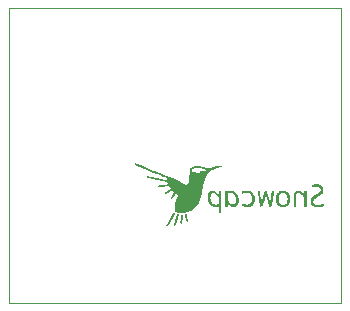
<source format=gbo>
G04 (created by PCBNEW (22-Jun-2014 BZR 4027)-stable) date Fri 19 Dec 2014 12:55:31 PM EET*
%MOIN*%
G04 Gerber Fmt 3.4, Leading zero omitted, Abs format*
%FSLAX34Y34*%
G01*
G70*
G90*
G04 APERTURE LIST*
%ADD10C,0.00590551*%
%ADD11C,0.0039*%
%ADD12C,0.0001*%
G04 APERTURE END LIST*
G54D10*
G54D11*
X19409Y-13661D02*
X30472Y-13661D01*
X19409Y-23504D02*
X19646Y-23504D01*
X19409Y-13661D02*
X19409Y-23504D01*
X30472Y-23504D02*
X19646Y-23504D01*
X30472Y-23465D02*
X30472Y-23504D01*
X30472Y-23386D02*
X30472Y-23465D01*
X30472Y-13661D02*
X30472Y-23386D01*
G54D12*
G36*
X24938Y-20522D02*
X24936Y-20529D01*
X24932Y-20541D01*
X24926Y-20558D01*
X24917Y-20577D01*
X24907Y-20599D01*
X24895Y-20624D01*
X24882Y-20649D01*
X24869Y-20675D01*
X24855Y-20702D01*
X24841Y-20727D01*
X24828Y-20751D01*
X24817Y-20769D01*
X24803Y-20793D01*
X24788Y-20817D01*
X24772Y-20841D01*
X24756Y-20865D01*
X24741Y-20886D01*
X24727Y-20906D01*
X24715Y-20922D01*
X24705Y-20935D01*
X24698Y-20942D01*
X24687Y-20949D01*
X24675Y-20950D01*
X24666Y-20948D01*
X24659Y-20943D01*
X24653Y-20936D01*
X24649Y-20928D01*
X24649Y-20919D01*
X24652Y-20909D01*
X24660Y-20895D01*
X24671Y-20880D01*
X24709Y-20826D01*
X24747Y-20768D01*
X24783Y-20707D01*
X24817Y-20644D01*
X24848Y-20581D01*
X24861Y-20554D01*
X24868Y-20537D01*
X24875Y-20523D01*
X24881Y-20511D01*
X24886Y-20502D01*
X24888Y-20500D01*
X24898Y-20493D01*
X24909Y-20491D01*
X24920Y-20493D01*
X24930Y-20500D01*
X24936Y-20511D01*
X24938Y-20522D01*
X24938Y-20522D01*
X24938Y-20522D01*
G37*
G36*
X25069Y-20563D02*
X25068Y-20570D01*
X25067Y-20576D01*
X25064Y-20586D01*
X25059Y-20601D01*
X25054Y-20620D01*
X25047Y-20642D01*
X25039Y-20667D01*
X25031Y-20694D01*
X25023Y-20721D01*
X25015Y-20749D01*
X25006Y-20777D01*
X24998Y-20803D01*
X24990Y-20828D01*
X24983Y-20851D01*
X24977Y-20870D01*
X24973Y-20885D01*
X24969Y-20896D01*
X24967Y-20901D01*
X24961Y-20914D01*
X24951Y-20922D01*
X24939Y-20924D01*
X24937Y-20924D01*
X24925Y-20922D01*
X24917Y-20917D01*
X24911Y-20907D01*
X24909Y-20897D01*
X24910Y-20892D01*
X24913Y-20882D01*
X24917Y-20867D01*
X24922Y-20849D01*
X24929Y-20827D01*
X24936Y-20802D01*
X24944Y-20775D01*
X24952Y-20748D01*
X24960Y-20719D01*
X24969Y-20691D01*
X24977Y-20664D01*
X24985Y-20638D01*
X24992Y-20614D01*
X24999Y-20594D01*
X25005Y-20577D01*
X25009Y-20564D01*
X25012Y-20556D01*
X25012Y-20555D01*
X25020Y-20544D01*
X25030Y-20538D01*
X25042Y-20537D01*
X25053Y-20540D01*
X25063Y-20549D01*
X25067Y-20555D01*
X25069Y-20563D01*
X25069Y-20563D01*
X25069Y-20563D01*
G37*
G36*
X25207Y-20588D02*
X25206Y-20597D01*
X25205Y-20610D01*
X25204Y-20627D01*
X25202Y-20649D01*
X25199Y-20675D01*
X25196Y-20701D01*
X25193Y-20729D01*
X25191Y-20755D01*
X25188Y-20778D01*
X25186Y-20799D01*
X25184Y-20816D01*
X25183Y-20828D01*
X25182Y-20835D01*
X25182Y-20836D01*
X25178Y-20845D01*
X25172Y-20854D01*
X25171Y-20855D01*
X25160Y-20863D01*
X25149Y-20864D01*
X25137Y-20859D01*
X25133Y-20856D01*
X25130Y-20853D01*
X25128Y-20850D01*
X25126Y-20847D01*
X25124Y-20842D01*
X25124Y-20836D01*
X25124Y-20828D01*
X25124Y-20816D01*
X25125Y-20802D01*
X25127Y-20783D01*
X25129Y-20760D01*
X25132Y-20731D01*
X25135Y-20698D01*
X25136Y-20691D01*
X25140Y-20657D01*
X25143Y-20629D01*
X25146Y-20606D01*
X25148Y-20588D01*
X25150Y-20575D01*
X25152Y-20567D01*
X25154Y-20563D01*
X25154Y-20563D01*
X25163Y-20554D01*
X25174Y-20550D01*
X25186Y-20551D01*
X25196Y-20557D01*
X25203Y-20565D01*
X25205Y-20568D01*
X25206Y-20571D01*
X25206Y-20575D01*
X25207Y-20580D01*
X25207Y-20588D01*
X25207Y-20588D01*
X25207Y-20588D01*
G37*
G36*
X25394Y-20777D02*
X25393Y-20781D01*
X25388Y-20792D01*
X25380Y-20800D01*
X25368Y-20804D01*
X25357Y-20804D01*
X25348Y-20800D01*
X25341Y-20792D01*
X25332Y-20778D01*
X25323Y-20760D01*
X25315Y-20738D01*
X25308Y-20713D01*
X25307Y-20710D01*
X25302Y-20691D01*
X25298Y-20669D01*
X25294Y-20644D01*
X25291Y-20620D01*
X25289Y-20597D01*
X25288Y-20579D01*
X25288Y-20575D01*
X25288Y-20562D01*
X25289Y-20553D01*
X25290Y-20548D01*
X25294Y-20543D01*
X25297Y-20540D01*
X25308Y-20532D01*
X25320Y-20530D01*
X25333Y-20535D01*
X25337Y-20538D01*
X25341Y-20541D01*
X25343Y-20546D01*
X25345Y-20552D01*
X25346Y-20562D01*
X25348Y-20577D01*
X25348Y-20578D01*
X25352Y-20622D01*
X25358Y-20660D01*
X25365Y-20693D01*
X25374Y-20722D01*
X25384Y-20747D01*
X25390Y-20760D01*
X25393Y-20770D01*
X25394Y-20777D01*
X25394Y-20777D01*
X25394Y-20777D01*
G37*
G36*
X26652Y-18932D02*
X26652Y-18935D01*
X26649Y-18937D01*
X26643Y-18938D01*
X26633Y-18939D01*
X26622Y-18940D01*
X26591Y-18942D01*
X26563Y-18945D01*
X26537Y-18949D01*
X26511Y-18954D01*
X26484Y-18960D01*
X26454Y-18968D01*
X26420Y-18977D01*
X26400Y-18983D01*
X26362Y-18996D01*
X26321Y-19011D01*
X26279Y-19028D01*
X26238Y-19047D01*
X26198Y-19067D01*
X26161Y-19087D01*
X26127Y-19107D01*
X26098Y-19126D01*
X26096Y-19128D01*
X26089Y-19134D01*
X26079Y-19145D01*
X26068Y-19159D01*
X26055Y-19177D01*
X26041Y-19196D01*
X26028Y-19215D01*
X26020Y-19226D01*
X26020Y-19079D01*
X25990Y-19067D01*
X25964Y-19058D01*
X25933Y-19048D01*
X25900Y-19038D01*
X25866Y-19028D01*
X25832Y-19020D01*
X25801Y-19013D01*
X25773Y-19007D01*
X25765Y-19006D01*
X25746Y-19004D01*
X25723Y-19002D01*
X25699Y-19001D01*
X25673Y-19001D01*
X25649Y-19001D01*
X25626Y-19002D01*
X25608Y-19004D01*
X25597Y-19006D01*
X25575Y-19012D01*
X25554Y-19021D01*
X25535Y-19031D01*
X25521Y-19043D01*
X25509Y-19058D01*
X25501Y-19080D01*
X25497Y-19098D01*
X25495Y-19111D01*
X25513Y-19120D01*
X25521Y-19124D01*
X25528Y-19126D01*
X25535Y-19127D01*
X25544Y-19128D01*
X25557Y-19127D01*
X25566Y-19127D01*
X25584Y-19125D01*
X25604Y-19123D01*
X25621Y-19121D01*
X25629Y-19120D01*
X25642Y-19118D01*
X25652Y-19117D01*
X25658Y-19116D01*
X25659Y-19117D01*
X25658Y-19118D01*
X25657Y-19118D01*
X25653Y-19121D01*
X25649Y-19128D01*
X25645Y-19136D01*
X25644Y-19143D01*
X25644Y-19143D01*
X25647Y-19152D01*
X25654Y-19160D01*
X25664Y-19168D01*
X25671Y-19171D01*
X25686Y-19174D01*
X25705Y-19174D01*
X25725Y-19172D01*
X25744Y-19167D01*
X25749Y-19165D01*
X25760Y-19159D01*
X25767Y-19153D01*
X25771Y-19146D01*
X25771Y-19145D01*
X25774Y-19134D01*
X25771Y-19123D01*
X25763Y-19114D01*
X25760Y-19111D01*
X25749Y-19103D01*
X25774Y-19103D01*
X25788Y-19102D01*
X25806Y-19101D01*
X25829Y-19100D01*
X25855Y-19097D01*
X25882Y-19095D01*
X25910Y-19092D01*
X25937Y-19090D01*
X25962Y-19087D01*
X25985Y-19084D01*
X26004Y-19081D01*
X26005Y-19081D01*
X26020Y-19079D01*
X26020Y-19226D01*
X26014Y-19235D01*
X26002Y-19253D01*
X25992Y-19270D01*
X25985Y-19284D01*
X25985Y-19284D01*
X25967Y-19320D01*
X25952Y-19356D01*
X25937Y-19392D01*
X25924Y-19429D01*
X25912Y-19468D01*
X25901Y-19509D01*
X25890Y-19554D01*
X25880Y-19602D01*
X25870Y-19655D01*
X25860Y-19712D01*
X25852Y-19763D01*
X25845Y-19805D01*
X25839Y-19841D01*
X25833Y-19873D01*
X25827Y-19900D01*
X25822Y-19926D01*
X25816Y-19949D01*
X25809Y-19970D01*
X25802Y-19992D01*
X25794Y-20013D01*
X25790Y-20023D01*
X25770Y-20071D01*
X25750Y-20115D01*
X25729Y-20155D01*
X25707Y-20191D01*
X25682Y-20226D01*
X25655Y-20259D01*
X25624Y-20293D01*
X25594Y-20323D01*
X25552Y-20361D01*
X25511Y-20393D01*
X25469Y-20421D01*
X25425Y-20445D01*
X25396Y-20459D01*
X25371Y-20470D01*
X25349Y-20478D01*
X25328Y-20485D01*
X25308Y-20490D01*
X25286Y-20494D01*
X25261Y-20497D01*
X25232Y-20500D01*
X25188Y-20503D01*
X25150Y-20505D01*
X25116Y-20504D01*
X25089Y-20501D01*
X25086Y-20500D01*
X25067Y-20497D01*
X25047Y-20492D01*
X25027Y-20487D01*
X25008Y-20482D01*
X24992Y-20476D01*
X24979Y-20472D01*
X24974Y-20469D01*
X24965Y-20462D01*
X24954Y-20453D01*
X24947Y-20447D01*
X24933Y-20432D01*
X24932Y-20399D01*
X24932Y-20347D01*
X24937Y-20292D01*
X24945Y-20234D01*
X24956Y-20174D01*
X24971Y-20113D01*
X24989Y-20053D01*
X25009Y-19993D01*
X25032Y-19935D01*
X25040Y-19918D01*
X25048Y-19900D01*
X25007Y-19875D01*
X24993Y-19866D01*
X24981Y-19859D01*
X24971Y-19853D01*
X24966Y-19850D01*
X24965Y-19850D01*
X24963Y-19852D01*
X24958Y-19859D01*
X24951Y-19871D01*
X24942Y-19886D01*
X24931Y-19903D01*
X24919Y-19923D01*
X24912Y-19934D01*
X24899Y-19955D01*
X24887Y-19975D01*
X24875Y-19993D01*
X24865Y-20008D01*
X24857Y-20020D01*
X24852Y-20027D01*
X24851Y-20028D01*
X24840Y-20037D01*
X24828Y-20039D01*
X24817Y-20034D01*
X24811Y-20030D01*
X24807Y-20025D01*
X24803Y-20021D01*
X24802Y-20016D01*
X24802Y-20010D01*
X24803Y-20002D01*
X24807Y-19993D01*
X24814Y-19980D01*
X24823Y-19964D01*
X24835Y-19944D01*
X24850Y-19919D01*
X24857Y-19907D01*
X24870Y-19886D01*
X24882Y-19866D01*
X24893Y-19849D01*
X24901Y-19835D01*
X24907Y-19824D01*
X24911Y-19818D01*
X24912Y-19817D01*
X24905Y-19812D01*
X24895Y-19804D01*
X24883Y-19794D01*
X24871Y-19783D01*
X24860Y-19773D01*
X24854Y-19767D01*
X24845Y-19758D01*
X24838Y-19750D01*
X24833Y-19746D01*
X24832Y-19746D01*
X24829Y-19747D01*
X24822Y-19752D01*
X24810Y-19759D01*
X24795Y-19769D01*
X24777Y-19781D01*
X24757Y-19794D01*
X24737Y-19807D01*
X24711Y-19824D01*
X24689Y-19839D01*
X24671Y-19850D01*
X24657Y-19858D01*
X24646Y-19864D01*
X24637Y-19867D01*
X24631Y-19869D01*
X24625Y-19868D01*
X24621Y-19866D01*
X24616Y-19862D01*
X24613Y-19859D01*
X24605Y-19848D01*
X24604Y-19836D01*
X24609Y-19824D01*
X24609Y-19824D01*
X24613Y-19820D01*
X24622Y-19813D01*
X24634Y-19804D01*
X24650Y-19793D01*
X24668Y-19780D01*
X24689Y-19766D01*
X24706Y-19754D01*
X24798Y-19694D01*
X24774Y-19651D01*
X24765Y-19636D01*
X24758Y-19623D01*
X24752Y-19613D01*
X24749Y-19607D01*
X24748Y-19606D01*
X24745Y-19606D01*
X24736Y-19607D01*
X24722Y-19608D01*
X24703Y-19610D01*
X24681Y-19613D01*
X24655Y-19616D01*
X24626Y-19619D01*
X24596Y-19623D01*
X24580Y-19626D01*
X24548Y-19630D01*
X24517Y-19634D01*
X24489Y-19637D01*
X24464Y-19641D01*
X24442Y-19643D01*
X24424Y-19645D01*
X24411Y-19647D01*
X24403Y-19648D01*
X24402Y-19648D01*
X24389Y-19645D01*
X24380Y-19637D01*
X24375Y-19625D01*
X24375Y-19623D01*
X24375Y-19609D01*
X24381Y-19598D01*
X24392Y-19592D01*
X24396Y-19591D01*
X24406Y-19589D01*
X24420Y-19587D01*
X24439Y-19584D01*
X24461Y-19581D01*
X24485Y-19577D01*
X24512Y-19574D01*
X24539Y-19570D01*
X24567Y-19566D01*
X24594Y-19562D01*
X24621Y-19559D01*
X24645Y-19555D01*
X24667Y-19553D01*
X24686Y-19550D01*
X24700Y-19548D01*
X24710Y-19547D01*
X24714Y-19547D01*
X24716Y-19547D01*
X24717Y-19546D01*
X24716Y-19543D01*
X24715Y-19537D01*
X24711Y-19527D01*
X24706Y-19513D01*
X24703Y-19504D01*
X24692Y-19473D01*
X24364Y-19402D01*
X24319Y-19392D01*
X24276Y-19383D01*
X24235Y-19374D01*
X24196Y-19365D01*
X24161Y-19357D01*
X24129Y-19350D01*
X24100Y-19344D01*
X24075Y-19338D01*
X24055Y-19334D01*
X24040Y-19330D01*
X24031Y-19328D01*
X24027Y-19326D01*
X24017Y-19319D01*
X24012Y-19309D01*
X24011Y-19301D01*
X24014Y-19288D01*
X24022Y-19279D01*
X24033Y-19274D01*
X24041Y-19273D01*
X24046Y-19273D01*
X24056Y-19275D01*
X24072Y-19278D01*
X24093Y-19283D01*
X24118Y-19288D01*
X24147Y-19294D01*
X24180Y-19301D01*
X24216Y-19308D01*
X24254Y-19316D01*
X24295Y-19325D01*
X24337Y-19334D01*
X24364Y-19340D01*
X24407Y-19349D01*
X24449Y-19358D01*
X24488Y-19367D01*
X24525Y-19375D01*
X24558Y-19382D01*
X24588Y-19388D01*
X24615Y-19394D01*
X24637Y-19399D01*
X24655Y-19403D01*
X24667Y-19405D01*
X24674Y-19407D01*
X24675Y-19407D01*
X24675Y-19404D01*
X24674Y-19395D01*
X24673Y-19384D01*
X24671Y-19369D01*
X24671Y-19369D01*
X24668Y-19353D01*
X24666Y-19342D01*
X24664Y-19335D01*
X24662Y-19331D01*
X24659Y-19329D01*
X24654Y-19327D01*
X24645Y-19324D01*
X24631Y-19318D01*
X24613Y-19312D01*
X24593Y-19304D01*
X24570Y-19295D01*
X24555Y-19289D01*
X24497Y-19267D01*
X24435Y-19242D01*
X24369Y-19216D01*
X24300Y-19189D01*
X24229Y-19160D01*
X24157Y-19131D01*
X24085Y-19102D01*
X24014Y-19073D01*
X23945Y-19045D01*
X23937Y-19041D01*
X23902Y-19027D01*
X23867Y-19012D01*
X23832Y-18998D01*
X23799Y-18984D01*
X23769Y-18972D01*
X23741Y-18960D01*
X23717Y-18950D01*
X23697Y-18942D01*
X23682Y-18936D01*
X23680Y-18935D01*
X23661Y-18927D01*
X23644Y-18920D01*
X23629Y-18913D01*
X23618Y-18908D01*
X23612Y-18904D01*
X23611Y-18904D01*
X23604Y-18894D01*
X23602Y-18883D01*
X23604Y-18871D01*
X23610Y-18861D01*
X23619Y-18854D01*
X23620Y-18854D01*
X23624Y-18853D01*
X23628Y-18852D01*
X23632Y-18852D01*
X23637Y-18854D01*
X23645Y-18856D01*
X23655Y-18860D01*
X23669Y-18865D01*
X23687Y-18873D01*
X23710Y-18882D01*
X23718Y-18885D01*
X23797Y-18918D01*
X23874Y-18950D01*
X23949Y-18981D01*
X24022Y-19011D01*
X24093Y-19040D01*
X24161Y-19067D01*
X24226Y-19094D01*
X24289Y-19119D01*
X24347Y-19142D01*
X24403Y-19164D01*
X24454Y-19185D01*
X24502Y-19204D01*
X24545Y-19220D01*
X24584Y-19235D01*
X24618Y-19248D01*
X24647Y-19259D01*
X24671Y-19268D01*
X24690Y-19274D01*
X24701Y-19278D01*
X24722Y-19284D01*
X24748Y-19293D01*
X24778Y-19303D01*
X24809Y-19314D01*
X24842Y-19327D01*
X24876Y-19339D01*
X24908Y-19352D01*
X24938Y-19364D01*
X24966Y-19376D01*
X24966Y-19376D01*
X25003Y-19392D01*
X25041Y-19411D01*
X25080Y-19430D01*
X25119Y-19450D01*
X25156Y-19471D01*
X25192Y-19491D01*
X25225Y-19510D01*
X25254Y-19529D01*
X25278Y-19546D01*
X25291Y-19556D01*
X25310Y-19570D01*
X25342Y-19545D01*
X25358Y-19533D01*
X25370Y-19523D01*
X25379Y-19516D01*
X25385Y-19510D01*
X25389Y-19505D01*
X25393Y-19500D01*
X25395Y-19496D01*
X25400Y-19484D01*
X25405Y-19471D01*
X25409Y-19455D01*
X25413Y-19437D01*
X25416Y-19415D01*
X25419Y-19390D01*
X25421Y-19360D01*
X25424Y-19326D01*
X25426Y-19286D01*
X25428Y-19241D01*
X25428Y-19240D01*
X25430Y-19201D01*
X25431Y-19169D01*
X25433Y-19141D01*
X25435Y-19118D01*
X25437Y-19099D01*
X25439Y-19083D01*
X25442Y-19069D01*
X25444Y-19057D01*
X25448Y-19047D01*
X25448Y-19046D01*
X25461Y-19020D01*
X25480Y-18998D01*
X25503Y-18979D01*
X25532Y-18964D01*
X25565Y-18952D01*
X25603Y-18944D01*
X25620Y-18942D01*
X25643Y-18940D01*
X25670Y-18939D01*
X25700Y-18940D01*
X25730Y-18942D01*
X25759Y-18944D01*
X25776Y-18947D01*
X25803Y-18951D01*
X25834Y-18958D01*
X25867Y-18966D01*
X25902Y-18975D01*
X25937Y-18985D01*
X25969Y-18995D01*
X25998Y-19005D01*
X26010Y-19010D01*
X26023Y-19015D01*
X26034Y-19019D01*
X26042Y-19022D01*
X26045Y-19023D01*
X26049Y-19022D01*
X26059Y-19019D01*
X26071Y-19015D01*
X26086Y-19009D01*
X26090Y-19007D01*
X26129Y-18991D01*
X26169Y-18978D01*
X26209Y-18966D01*
X26250Y-18956D01*
X26294Y-18947D01*
X26341Y-18940D01*
X26392Y-18934D01*
X26447Y-18930D01*
X26507Y-18927D01*
X26534Y-18925D01*
X26565Y-18924D01*
X26590Y-18924D01*
X26610Y-18923D01*
X26625Y-18924D01*
X26637Y-18924D01*
X26644Y-18925D01*
X26649Y-18927D01*
X26652Y-18929D01*
X26652Y-18932D01*
X26652Y-18932D01*
X26652Y-18932D01*
G37*
G36*
X26485Y-20489D02*
X26441Y-20489D01*
X26397Y-20489D01*
X26397Y-20388D01*
X26397Y-20287D01*
X26397Y-20211D01*
X26397Y-20098D01*
X26397Y-19984D01*
X26377Y-19954D01*
X26355Y-19924D01*
X26333Y-19899D01*
X26309Y-19877D01*
X26286Y-19860D01*
X26263Y-19847D01*
X26240Y-19840D01*
X26219Y-19838D01*
X26216Y-19838D01*
X26195Y-19843D01*
X26177Y-19853D01*
X26161Y-19869D01*
X26148Y-19889D01*
X26138Y-19914D01*
X26131Y-19942D01*
X26127Y-19975D01*
X26127Y-20007D01*
X26130Y-20045D01*
X26137Y-20079D01*
X26147Y-20108D01*
X26162Y-20135D01*
X26180Y-20159D01*
X26190Y-20170D01*
X26210Y-20188D01*
X26230Y-20202D01*
X26250Y-20211D01*
X26267Y-20217D01*
X26282Y-20219D01*
X26301Y-20221D01*
X26323Y-20221D01*
X26345Y-20220D01*
X26366Y-20217D01*
X26369Y-20216D01*
X26397Y-20211D01*
X26397Y-20287D01*
X26388Y-20289D01*
X26378Y-20290D01*
X26363Y-20291D01*
X26344Y-20292D01*
X26324Y-20293D01*
X26304Y-20293D01*
X26284Y-20293D01*
X26267Y-20292D01*
X26254Y-20291D01*
X26250Y-20291D01*
X26213Y-20281D01*
X26178Y-20265D01*
X26147Y-20244D01*
X26118Y-20218D01*
X26093Y-20186D01*
X26071Y-20148D01*
X26068Y-20144D01*
X26053Y-20109D01*
X26043Y-20073D01*
X26036Y-20033D01*
X26033Y-19990D01*
X26033Y-19979D01*
X26034Y-19948D01*
X26036Y-19921D01*
X26041Y-19898D01*
X26047Y-19876D01*
X26057Y-19854D01*
X26058Y-19851D01*
X26067Y-19835D01*
X26075Y-19822D01*
X26085Y-19810D01*
X26095Y-19801D01*
X26118Y-19782D01*
X26141Y-19768D01*
X26164Y-19760D01*
X26190Y-19756D01*
X26191Y-19756D01*
X26214Y-19756D01*
X26235Y-19759D01*
X26256Y-19765D01*
X26280Y-19775D01*
X26287Y-19779D01*
X26321Y-19800D01*
X26352Y-19827D01*
X26377Y-19855D01*
X26397Y-19881D01*
X26398Y-19825D01*
X26399Y-19769D01*
X26442Y-19768D01*
X26485Y-19767D01*
X26485Y-20128D01*
X26485Y-20489D01*
X26485Y-20489D01*
X26485Y-20489D01*
G37*
G36*
X29902Y-20184D02*
X29901Y-20229D01*
X29900Y-20273D01*
X29867Y-20284D01*
X29836Y-20293D01*
X29809Y-20300D01*
X29782Y-20304D01*
X29754Y-20307D01*
X29730Y-20308D01*
X29711Y-20308D01*
X29692Y-20308D01*
X29675Y-20308D01*
X29662Y-20307D01*
X29659Y-20306D01*
X29619Y-20299D01*
X29583Y-20287D01*
X29551Y-20271D01*
X29524Y-20250D01*
X29501Y-20225D01*
X29483Y-20195D01*
X29482Y-20194D01*
X29473Y-20171D01*
X29467Y-20148D01*
X29464Y-20122D01*
X29464Y-20105D01*
X29466Y-20072D01*
X29474Y-20042D01*
X29487Y-20013D01*
X29507Y-19986D01*
X29517Y-19975D01*
X29525Y-19966D01*
X29534Y-19958D01*
X29543Y-19950D01*
X29555Y-19942D01*
X29570Y-19932D01*
X29587Y-19920D01*
X29609Y-19907D01*
X29635Y-19891D01*
X29642Y-19887D01*
X29676Y-19867D01*
X29704Y-19849D01*
X29728Y-19833D01*
X29748Y-19819D01*
X29764Y-19806D01*
X29776Y-19794D01*
X29785Y-19782D01*
X29792Y-19770D01*
X29796Y-19758D01*
X29798Y-19745D01*
X29799Y-19731D01*
X29799Y-19727D01*
X29798Y-19705D01*
X29793Y-19687D01*
X29785Y-19671D01*
X29771Y-19656D01*
X29750Y-19639D01*
X29724Y-19626D01*
X29695Y-19619D01*
X29662Y-19617D01*
X29648Y-19618D01*
X29603Y-19623D01*
X29561Y-19632D01*
X29541Y-19638D01*
X29529Y-19642D01*
X29519Y-19644D01*
X29513Y-19645D01*
X29512Y-19645D01*
X29512Y-19642D01*
X29511Y-19633D01*
X29511Y-19621D01*
X29511Y-19606D01*
X29511Y-19569D01*
X29520Y-19566D01*
X29539Y-19560D01*
X29563Y-19554D01*
X29591Y-19550D01*
X29620Y-19547D01*
X29649Y-19546D01*
X29676Y-19546D01*
X29697Y-19547D01*
X29732Y-19551D01*
X29762Y-19558D01*
X29787Y-19568D01*
X29810Y-19580D01*
X29831Y-19597D01*
X29841Y-19606D01*
X29862Y-19630D01*
X29877Y-19657D01*
X29888Y-19687D01*
X29893Y-19719D01*
X29893Y-19738D01*
X29890Y-19771D01*
X29882Y-19802D01*
X29867Y-19832D01*
X29846Y-19860D01*
X29836Y-19870D01*
X29825Y-19881D01*
X29814Y-19890D01*
X29802Y-19900D01*
X29788Y-19910D01*
X29771Y-19921D01*
X29750Y-19934D01*
X29724Y-19949D01*
X29720Y-19950D01*
X29685Y-19971D01*
X29654Y-19990D01*
X29629Y-20008D01*
X29608Y-20024D01*
X29591Y-20039D01*
X29578Y-20054D01*
X29569Y-20068D01*
X29562Y-20083D01*
X29558Y-20099D01*
X29556Y-20110D01*
X29557Y-20134D01*
X29563Y-20157D01*
X29574Y-20179D01*
X29589Y-20198D01*
X29591Y-20200D01*
X29606Y-20211D01*
X29626Y-20221D01*
X29649Y-20229D01*
X29674Y-20235D01*
X29698Y-20237D01*
X29702Y-20237D01*
X29730Y-20235D01*
X29762Y-20231D01*
X29795Y-20223D01*
X29830Y-20213D01*
X29863Y-20201D01*
X29873Y-20197D01*
X29902Y-20184D01*
X29902Y-20184D01*
X29902Y-20184D01*
G37*
G36*
X27073Y-20061D02*
X27072Y-20105D01*
X27066Y-20148D01*
X27065Y-20155D01*
X27061Y-20170D01*
X27057Y-20185D01*
X27052Y-20198D01*
X27052Y-20199D01*
X27036Y-20226D01*
X27017Y-20250D01*
X26993Y-20271D01*
X26979Y-20280D01*
X26979Y-20067D01*
X26978Y-20042D01*
X26976Y-20018D01*
X26973Y-19997D01*
X26971Y-19987D01*
X26962Y-19956D01*
X26950Y-19929D01*
X26934Y-19906D01*
X26917Y-19887D01*
X26893Y-19866D01*
X26869Y-19851D01*
X26843Y-19841D01*
X26814Y-19835D01*
X26782Y-19835D01*
X26778Y-19835D01*
X26762Y-19836D01*
X26746Y-19838D01*
X26733Y-19840D01*
X26728Y-19841D01*
X26711Y-19845D01*
X26710Y-19959D01*
X26709Y-20072D01*
X26729Y-20102D01*
X26742Y-20121D01*
X26759Y-20141D01*
X26777Y-20160D01*
X26794Y-20177D01*
X26811Y-20191D01*
X26814Y-20193D01*
X26839Y-20207D01*
X26863Y-20216D01*
X26885Y-20218D01*
X26906Y-20215D01*
X26919Y-20209D01*
X26938Y-20194D01*
X26954Y-20174D01*
X26966Y-20149D01*
X26973Y-20129D01*
X26976Y-20112D01*
X26978Y-20091D01*
X26979Y-20067D01*
X26979Y-20280D01*
X26967Y-20287D01*
X26962Y-20290D01*
X26952Y-20294D01*
X26943Y-20296D01*
X26931Y-20299D01*
X26916Y-20301D01*
X26911Y-20301D01*
X26903Y-20302D01*
X26892Y-20301D01*
X26885Y-20300D01*
X26856Y-20293D01*
X26827Y-20281D01*
X26798Y-20265D01*
X26771Y-20245D01*
X26746Y-20222D01*
X26726Y-20198D01*
X26723Y-20193D01*
X26717Y-20184D01*
X26712Y-20177D01*
X26709Y-20174D01*
X26709Y-20174D01*
X26708Y-20177D01*
X26706Y-20185D01*
X26705Y-20196D01*
X26705Y-20199D01*
X26703Y-20213D01*
X26701Y-20231D01*
X26699Y-20248D01*
X26698Y-20255D01*
X26692Y-20288D01*
X26647Y-20288D01*
X26629Y-20288D01*
X26617Y-20287D01*
X26609Y-20287D01*
X26605Y-20286D01*
X26603Y-20284D01*
X26603Y-20282D01*
X26603Y-20282D01*
X26606Y-20271D01*
X26609Y-20259D01*
X26612Y-20247D01*
X26614Y-20234D01*
X26616Y-20219D01*
X26617Y-20202D01*
X26618Y-20182D01*
X26619Y-20159D01*
X26620Y-20132D01*
X26620Y-20102D01*
X26621Y-20066D01*
X26621Y-20025D01*
X26621Y-19979D01*
X26621Y-19971D01*
X26621Y-19768D01*
X26693Y-19766D01*
X26729Y-19765D01*
X26761Y-19764D01*
X26787Y-19763D01*
X26809Y-19763D01*
X26827Y-19764D01*
X26843Y-19764D01*
X26855Y-19766D01*
X26866Y-19768D01*
X26876Y-19770D01*
X26877Y-19770D01*
X26901Y-19778D01*
X26922Y-19788D01*
X26943Y-19800D01*
X26957Y-19811D01*
X26985Y-19836D01*
X27010Y-19866D01*
X27031Y-19900D01*
X27048Y-19937D01*
X27061Y-19977D01*
X27069Y-20018D01*
X27073Y-20061D01*
X27073Y-20061D01*
X27073Y-20061D01*
G37*
G36*
X27615Y-20005D02*
X27614Y-20049D01*
X27613Y-20060D01*
X27606Y-20102D01*
X27594Y-20141D01*
X27576Y-20177D01*
X27553Y-20209D01*
X27531Y-20233D01*
X27500Y-20258D01*
X27466Y-20277D01*
X27429Y-20290D01*
X27389Y-20299D01*
X27345Y-20301D01*
X27312Y-20300D01*
X27264Y-20294D01*
X27214Y-20282D01*
X27208Y-20281D01*
X27183Y-20273D01*
X27182Y-20231D01*
X27182Y-20214D01*
X27182Y-20203D01*
X27183Y-20195D01*
X27184Y-20192D01*
X27185Y-20191D01*
X27187Y-20191D01*
X27197Y-20195D01*
X27212Y-20199D01*
X27229Y-20204D01*
X27247Y-20209D01*
X27263Y-20214D01*
X27277Y-20217D01*
X27285Y-20219D01*
X27301Y-20220D01*
X27321Y-20221D01*
X27342Y-20221D01*
X27364Y-20220D01*
X27383Y-20218D01*
X27399Y-20215D01*
X27406Y-20213D01*
X27433Y-20200D01*
X27457Y-20182D01*
X27477Y-20160D01*
X27494Y-20131D01*
X27499Y-20122D01*
X27509Y-20097D01*
X27516Y-20074D01*
X27519Y-20050D01*
X27520Y-20024D01*
X27518Y-19987D01*
X27510Y-19953D01*
X27498Y-19922D01*
X27482Y-19895D01*
X27462Y-19871D01*
X27438Y-19853D01*
X27410Y-19838D01*
X27391Y-19832D01*
X27374Y-19829D01*
X27353Y-19828D01*
X27330Y-19828D01*
X27307Y-19829D01*
X27287Y-19832D01*
X27287Y-19832D01*
X27274Y-19836D01*
X27257Y-19840D01*
X27239Y-19846D01*
X27228Y-19850D01*
X27213Y-19855D01*
X27201Y-19860D01*
X27192Y-19863D01*
X27187Y-19864D01*
X27185Y-19865D01*
X27184Y-19863D01*
X27182Y-19858D01*
X27182Y-19850D01*
X27182Y-19838D01*
X27182Y-19825D01*
X27182Y-19784D01*
X27205Y-19777D01*
X27242Y-19768D01*
X27279Y-19761D01*
X27315Y-19757D01*
X27350Y-19755D01*
X27382Y-19756D01*
X27405Y-19759D01*
X27442Y-19770D01*
X27476Y-19784D01*
X27507Y-19805D01*
X27529Y-19824D01*
X27558Y-19855D01*
X27580Y-19888D01*
X27597Y-19925D01*
X27609Y-19964D01*
X27615Y-20005D01*
X27615Y-20005D01*
X27615Y-20005D01*
G37*
G36*
X28790Y-20029D02*
X28790Y-20050D01*
X28790Y-20067D01*
X28789Y-20079D01*
X28788Y-20090D01*
X28785Y-20101D01*
X28783Y-20113D01*
X28782Y-20114D01*
X28769Y-20153D01*
X28751Y-20188D01*
X28729Y-20219D01*
X28703Y-20246D01*
X28698Y-20251D01*
X28696Y-20252D01*
X28696Y-20028D01*
X28696Y-20006D01*
X28696Y-19990D01*
X28695Y-19977D01*
X28694Y-19967D01*
X28692Y-19957D01*
X28689Y-19948D01*
X28689Y-19946D01*
X28677Y-19913D01*
X28661Y-19886D01*
X28642Y-19863D01*
X28619Y-19846D01*
X28607Y-19839D01*
X28596Y-19834D01*
X28585Y-19831D01*
X28574Y-19829D01*
X28559Y-19828D01*
X28556Y-19828D01*
X28526Y-19829D01*
X28500Y-19834D01*
X28476Y-19845D01*
X28456Y-19860D01*
X28445Y-19872D01*
X28428Y-19895D01*
X28414Y-19922D01*
X28405Y-19954D01*
X28399Y-19989D01*
X28397Y-20026D01*
X28398Y-20061D01*
X28404Y-20099D01*
X28414Y-20132D01*
X28428Y-20161D01*
X28445Y-20185D01*
X28466Y-20204D01*
X28489Y-20217D01*
X28512Y-20226D01*
X28536Y-20230D01*
X28562Y-20229D01*
X28572Y-20228D01*
X28600Y-20220D01*
X28624Y-20207D01*
X28646Y-20189D01*
X28664Y-20165D01*
X28674Y-20149D01*
X28681Y-20132D01*
X28687Y-20117D01*
X28691Y-20103D01*
X28694Y-20087D01*
X28695Y-20069D01*
X28696Y-20046D01*
X28696Y-20028D01*
X28696Y-20252D01*
X28672Y-20269D01*
X28641Y-20284D01*
X28607Y-20295D01*
X28571Y-20301D01*
X28534Y-20302D01*
X28516Y-20300D01*
X28479Y-20293D01*
X28445Y-20281D01*
X28413Y-20263D01*
X28385Y-20240D01*
X28360Y-20213D01*
X28340Y-20181D01*
X28323Y-20146D01*
X28311Y-20107D01*
X28310Y-20099D01*
X28307Y-20086D01*
X28305Y-20074D01*
X28304Y-20061D01*
X28304Y-20045D01*
X28304Y-20026D01*
X28305Y-20017D01*
X28306Y-19993D01*
X28307Y-19973D01*
X28309Y-19956D01*
X28313Y-19941D01*
X28318Y-19925D01*
X28324Y-19906D01*
X28325Y-19905D01*
X28338Y-19877D01*
X28356Y-19850D01*
X28377Y-19825D01*
X28400Y-19802D01*
X28424Y-19786D01*
X28448Y-19773D01*
X28472Y-19765D01*
X28499Y-19759D01*
X28529Y-19756D01*
X28536Y-19756D01*
X28572Y-19756D01*
X28604Y-19760D01*
X28633Y-19768D01*
X28660Y-19779D01*
X28675Y-19788D01*
X28704Y-19810D01*
X28729Y-19837D01*
X28751Y-19867D01*
X28768Y-19902D01*
X28782Y-19939D01*
X28784Y-19946D01*
X28786Y-19958D01*
X28788Y-19969D01*
X28789Y-19981D01*
X28790Y-19995D01*
X28790Y-20013D01*
X28790Y-20029D01*
X28790Y-20029D01*
X28790Y-20029D01*
G37*
G36*
X28254Y-19768D02*
X28252Y-19776D01*
X28251Y-19781D01*
X28250Y-19791D01*
X28247Y-19806D01*
X28244Y-19826D01*
X28240Y-19851D01*
X28235Y-19879D01*
X28230Y-19910D01*
X28225Y-19945D01*
X28219Y-19981D01*
X28212Y-20019D01*
X28211Y-20029D01*
X28204Y-20068D01*
X28199Y-20105D01*
X28193Y-20139D01*
X28188Y-20171D01*
X28183Y-20200D01*
X28179Y-20225D01*
X28175Y-20247D01*
X28173Y-20263D01*
X28171Y-20274D01*
X28170Y-20280D01*
X28170Y-20281D01*
X28169Y-20283D01*
X28167Y-20285D01*
X28163Y-20287D01*
X28156Y-20287D01*
X28145Y-20288D01*
X28129Y-20288D01*
X28126Y-20288D01*
X28084Y-20288D01*
X28041Y-20120D01*
X28033Y-20087D01*
X28025Y-20055D01*
X28017Y-20025D01*
X28010Y-19996D01*
X28004Y-19971D01*
X27998Y-19949D01*
X27994Y-19932D01*
X27992Y-19920D01*
X27991Y-19917D01*
X27988Y-19902D01*
X27985Y-19891D01*
X27984Y-19884D01*
X27982Y-19881D01*
X27981Y-19884D01*
X27979Y-19892D01*
X27976Y-19903D01*
X27973Y-19917D01*
X27971Y-19926D01*
X27967Y-19942D01*
X27962Y-19961D01*
X27955Y-19985D01*
X27947Y-20012D01*
X27939Y-20041D01*
X27930Y-20072D01*
X27920Y-20105D01*
X27916Y-20119D01*
X27866Y-20286D01*
X27826Y-20287D01*
X27785Y-20288D01*
X27743Y-20030D01*
X27737Y-19991D01*
X27731Y-19953D01*
X27725Y-19917D01*
X27720Y-19885D01*
X27715Y-19855D01*
X27711Y-19829D01*
X27708Y-19807D01*
X27705Y-19790D01*
X27703Y-19778D01*
X27702Y-19771D01*
X27702Y-19770D01*
X27705Y-19769D01*
X27712Y-19768D01*
X27723Y-19768D01*
X27735Y-19768D01*
X27748Y-19768D01*
X27758Y-19768D01*
X27765Y-19769D01*
X27768Y-19770D01*
X27768Y-19774D01*
X27770Y-19783D01*
X27772Y-19797D01*
X27775Y-19815D01*
X27778Y-19836D01*
X27782Y-19860D01*
X27785Y-19881D01*
X27790Y-19911D01*
X27795Y-19943D01*
X27800Y-19975D01*
X27805Y-20006D01*
X27809Y-20034D01*
X27813Y-20057D01*
X27814Y-20064D01*
X27817Y-20085D01*
X27820Y-20105D01*
X27823Y-20122D01*
X27825Y-20135D01*
X27826Y-20143D01*
X27827Y-20146D01*
X27828Y-20147D01*
X27830Y-20144D01*
X27832Y-20136D01*
X27836Y-20122D01*
X27838Y-20114D01*
X27840Y-20103D01*
X27845Y-20087D01*
X27850Y-20066D01*
X27857Y-20042D01*
X27865Y-20015D01*
X27873Y-19985D01*
X27882Y-19954D01*
X27892Y-19923D01*
X27892Y-19922D01*
X27937Y-19769D01*
X27976Y-19769D01*
X28015Y-19769D01*
X28057Y-19928D01*
X28065Y-19960D01*
X28073Y-19991D01*
X28081Y-20020D01*
X28087Y-20048D01*
X28093Y-20072D01*
X28098Y-20092D01*
X28102Y-20108D01*
X28104Y-20118D01*
X28104Y-20120D01*
X28106Y-20133D01*
X28108Y-20143D01*
X28110Y-20150D01*
X28110Y-20151D01*
X28112Y-20148D01*
X28113Y-20139D01*
X28116Y-20125D01*
X28120Y-20105D01*
X28124Y-20080D01*
X28129Y-20048D01*
X28135Y-20011D01*
X28142Y-19968D01*
X28148Y-19928D01*
X28152Y-19898D01*
X28157Y-19869D01*
X28161Y-19843D01*
X28165Y-19820D01*
X28168Y-19801D01*
X28170Y-19786D01*
X28172Y-19776D01*
X28173Y-19772D01*
X28173Y-19772D01*
X28176Y-19770D01*
X28183Y-19769D01*
X28194Y-19768D01*
X28212Y-19768D01*
X28214Y-19768D01*
X28254Y-19768D01*
X28254Y-19768D01*
X28254Y-19768D01*
G37*
G36*
X29331Y-20288D02*
X29289Y-20288D01*
X29246Y-20288D01*
X29246Y-20136D01*
X29246Y-19985D01*
X29235Y-19966D01*
X29217Y-19938D01*
X29196Y-19912D01*
X29173Y-19890D01*
X29150Y-19870D01*
X29126Y-19854D01*
X29102Y-19843D01*
X29079Y-19836D01*
X29058Y-19834D01*
X29057Y-19834D01*
X29037Y-19839D01*
X29020Y-19850D01*
X29006Y-19865D01*
X28995Y-19883D01*
X28991Y-19898D01*
X28990Y-19906D01*
X28989Y-19919D01*
X28988Y-19938D01*
X28987Y-19963D01*
X28987Y-19994D01*
X28986Y-20031D01*
X28986Y-20073D01*
X28985Y-20101D01*
X28984Y-20288D01*
X28942Y-20288D01*
X28899Y-20288D01*
X28899Y-20115D01*
X28900Y-20069D01*
X28900Y-20028D01*
X28900Y-19993D01*
X28901Y-19962D01*
X28902Y-19936D01*
X28903Y-19914D01*
X28904Y-19895D01*
X28906Y-19879D01*
X28908Y-19865D01*
X28911Y-19854D01*
X28915Y-19844D01*
X28918Y-19834D01*
X28922Y-19827D01*
X28936Y-19806D01*
X28955Y-19788D01*
X28977Y-19773D01*
X29003Y-19763D01*
X29030Y-19756D01*
X29050Y-19755D01*
X29082Y-19758D01*
X29113Y-19767D01*
X29145Y-19782D01*
X29175Y-19802D01*
X29182Y-19808D01*
X29193Y-19817D01*
X29202Y-19827D01*
X29212Y-19837D01*
X29223Y-19851D01*
X29237Y-19868D01*
X29237Y-19869D01*
X29246Y-19879D01*
X29246Y-19824D01*
X29246Y-19768D01*
X29289Y-19768D01*
X29331Y-19768D01*
X29331Y-20028D01*
X29331Y-20288D01*
X29331Y-20288D01*
X29331Y-20288D01*
G37*
M02*

</source>
